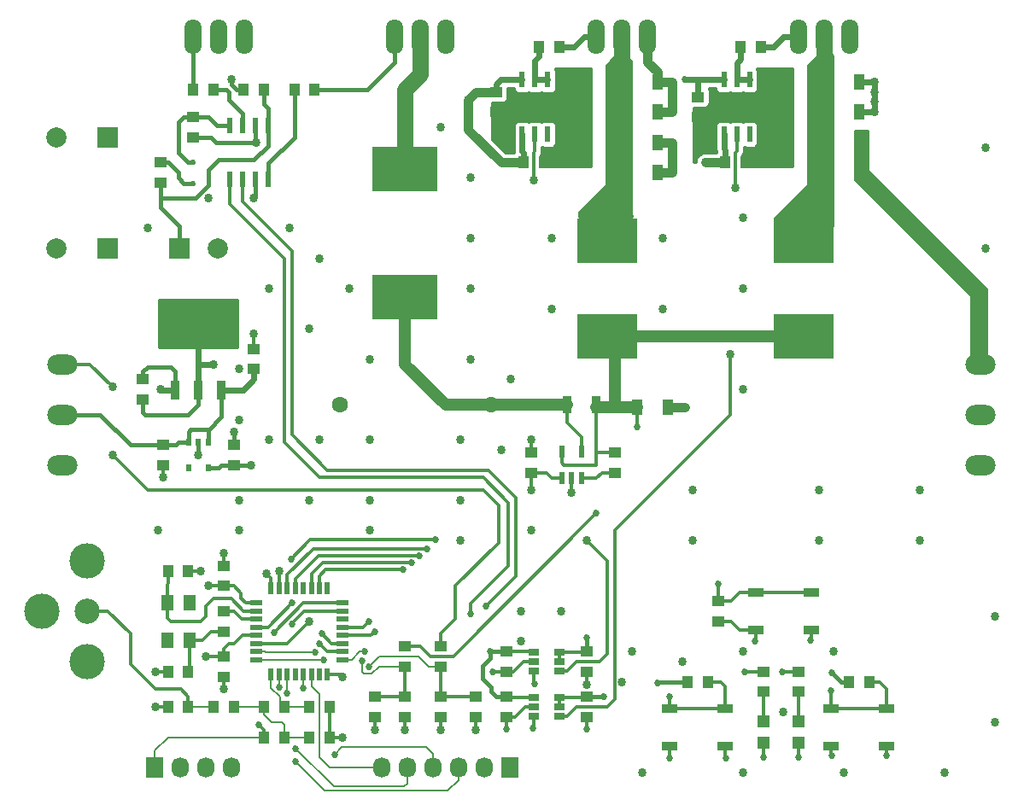
<source format=gtl>
G04 #@! TF.FileFunction,Copper,L1,Top,Signal*
%FSLAX46Y46*%
G04 Gerber Fmt 4.6, Leading zero omitted, Abs format (unit mm)*
G04 Created by KiCad (PCBNEW (2014-11-23 BZR 5300)-product) date Mon 09 Feb 2015 01:31:51 PM EST*
%MOMM*%
G01*
G04 APERTURE LIST*
%ADD10C,0.100000*%
%ADD11R,1.000000X1.600000*%
%ADD12R,1.998980X1.998980*%
%ADD13C,1.998980*%
%ADD14C,1.600000*%
%ADD15R,1.198880X1.198880*%
%ADD16R,6.000000X4.500000*%
%ADD17R,6.500000X4.400000*%
%ADD18O,3.000000X2.000000*%
%ADD19R,1.727200X2.032000*%
%ADD20O,1.727200X2.032000*%
%ADD21C,3.500000*%
%ADD22C,2.500000*%
%ADD23O,1.699260X3.500120*%
%ADD24R,0.900000X1.700000*%
%ADD25R,1.500000X0.850000*%
%ADD26R,1.200000X0.600000*%
%ADD27R,0.600000X1.200000*%
%ADD28R,0.600000X1.550000*%
%ADD29R,0.620000X1.220000*%
%ADD30R,0.450000X0.590000*%
%ADD31R,1.000760X0.701040*%
%ADD32R,0.508000X0.762000*%
%ADD33R,1.250000X1.600000*%
%ADD34R,3.250000X1.900000*%
%ADD35R,0.950000X1.900000*%
%ADD36R,1.250000X1.000000*%
%ADD37R,1.000000X1.250000*%
%ADD38R,3.800000X2.750000*%
%ADD39C,0.690000*%
%ADD40C,0.685800*%
%ADD41C,0.863600*%
%ADD42C,0.609600*%
%ADD43C,0.406400*%
%ADD44C,0.914400*%
%ADD45C,0.304800*%
%ADD46C,0.203200*%
%ADD47C,0.152400*%
%ADD48C,1.625600*%
%ADD49C,1.219200*%
G04 APERTURE END LIST*
D10*
D11*
X123500000Y-59500000D03*
X126500000Y-59500000D03*
X103500000Y-62500000D03*
X106500000Y-62500000D03*
X123500000Y-62500000D03*
X126500000Y-62500000D03*
X103500000Y-59500000D03*
X106500000Y-59500000D03*
X126500000Y-65500000D03*
X123500000Y-65500000D03*
X126500000Y-68500000D03*
X123500000Y-68500000D03*
X106500000Y-68500000D03*
X103500000Y-68500000D03*
X106500000Y-65500000D03*
X103500000Y-65500000D03*
D12*
X52040000Y-76000000D03*
D13*
X46960000Y-76000000D03*
D14*
X90000000Y-91500000D03*
X75000000Y-91500000D03*
D12*
X52040000Y-65000000D03*
D13*
X46960000Y-65000000D03*
D15*
X117000000Y-122950980D03*
X117000000Y-125049020D03*
X120500000Y-122950980D03*
X120500000Y-125049020D03*
D16*
X101500000Y-75250000D03*
X101500000Y-84750000D03*
X121000000Y-75250000D03*
X121000000Y-84750000D03*
D17*
X81500000Y-68150000D03*
X81500000Y-80850000D03*
D18*
X47500000Y-92500000D03*
X47500000Y-97500000D03*
X47500000Y-87500000D03*
X138500000Y-92500000D03*
X138500000Y-87500000D03*
X138500000Y-97500000D03*
D19*
X91850000Y-127500000D03*
D20*
X89310000Y-127500000D03*
X86770000Y-127500000D03*
X84230000Y-127500000D03*
X81690000Y-127500000D03*
X79150000Y-127500000D03*
D19*
X56690000Y-127500000D03*
D20*
X59230000Y-127500000D03*
X61770000Y-127500000D03*
X64310000Y-127500000D03*
D21*
X45500000Y-112000000D03*
X50000000Y-107000000D03*
X50000000Y-117000000D03*
D22*
X50000000Y-112000000D03*
D23*
X123000000Y-55000000D03*
X120460000Y-55000000D03*
X125540000Y-55000000D03*
X103000000Y-55000000D03*
X100460000Y-55000000D03*
X105540000Y-55000000D03*
X63000000Y-55000000D03*
X60460000Y-55000000D03*
X65540000Y-55000000D03*
X83000000Y-55000000D03*
X80460000Y-55000000D03*
X85540000Y-55000000D03*
D24*
X100450000Y-91500000D03*
X97550000Y-91500000D03*
D25*
X116250000Y-113850000D03*
X121750000Y-113850000D03*
X121750000Y-110150000D03*
X116250000Y-110150000D03*
X123750000Y-125350000D03*
X129250000Y-125350000D03*
X129250000Y-121650000D03*
X123750000Y-121650000D03*
X107750000Y-125350000D03*
X113250000Y-125350000D03*
X113250000Y-121650000D03*
X107750000Y-121650000D03*
D26*
X66750000Y-111200000D03*
X66750000Y-112000000D03*
X66750000Y-112800000D03*
X66750000Y-113600000D03*
X66750000Y-114400000D03*
X66750000Y-115200000D03*
X66750000Y-116000000D03*
X66750000Y-116800000D03*
D27*
X68200000Y-118250000D03*
X69000000Y-118250000D03*
X69800000Y-118250000D03*
X70600000Y-118250000D03*
X71400000Y-118250000D03*
X72200000Y-118250000D03*
X73000000Y-118250000D03*
X73800000Y-118250000D03*
D26*
X75250000Y-116800000D03*
X75250000Y-116000000D03*
X75250000Y-115200000D03*
X75250000Y-114400000D03*
X75250000Y-113600000D03*
X75250000Y-112800000D03*
X75250000Y-112000000D03*
X75250000Y-111200000D03*
D27*
X73800000Y-109750000D03*
X73000000Y-109750000D03*
X72200000Y-109750000D03*
X71400000Y-109750000D03*
X70600000Y-109750000D03*
X69800000Y-109750000D03*
X69000000Y-109750000D03*
X68200000Y-109750000D03*
D28*
X64095000Y-69200000D03*
X65365000Y-69200000D03*
X66635000Y-69200000D03*
X67905000Y-69200000D03*
X67905000Y-63800000D03*
X66635000Y-63800000D03*
X65365000Y-63800000D03*
X64095000Y-63800000D03*
D29*
X97050000Y-98810000D03*
X98000000Y-98810000D03*
X98950000Y-98810000D03*
X98950000Y-96190000D03*
X97050000Y-96190000D03*
D30*
X60500000Y-69555000D03*
X60500000Y-67445000D03*
D11*
X104500000Y-91750000D03*
X107500000Y-91750000D03*
D12*
X59095000Y-76000000D03*
D13*
X62905000Y-76000000D03*
D31*
X96770000Y-116047500D03*
X96770000Y-117000000D03*
X96770000Y-117952500D03*
X94230000Y-117952500D03*
X94230000Y-117000000D03*
X94230000Y-116047500D03*
X96770000Y-120547500D03*
X96770000Y-121500000D03*
X96770000Y-122452500D03*
X94230000Y-122452500D03*
X94230000Y-121500000D03*
X94230000Y-120547500D03*
D32*
X61952500Y-95230000D03*
X60047500Y-95230000D03*
X61952500Y-97770000D03*
X61000000Y-95230000D03*
X60047500Y-97770000D03*
D33*
X57900000Y-114850000D03*
X57900000Y-111150000D03*
X60100000Y-111150000D03*
X60100000Y-114850000D03*
D34*
X61000000Y-83950000D03*
D35*
X58700000Y-90050000D03*
X61000000Y-90050000D03*
X63300000Y-90050000D03*
D36*
X55500000Y-91000000D03*
X55500000Y-89000000D03*
X99500000Y-120500000D03*
X99500000Y-122500000D03*
X99500000Y-116000000D03*
X99500000Y-118000000D03*
X64500000Y-97500000D03*
X64500000Y-95500000D03*
X57500000Y-95500000D03*
X57500000Y-97500000D03*
X63500000Y-109500000D03*
X63500000Y-107500000D03*
X91500000Y-116000000D03*
X91500000Y-118000000D03*
X110500000Y-61000000D03*
X110500000Y-63000000D03*
X81500000Y-120500000D03*
X81500000Y-122500000D03*
X81500000Y-115500000D03*
X81500000Y-117500000D03*
X120500000Y-118000000D03*
X120500000Y-120000000D03*
X117000000Y-118000000D03*
X117000000Y-120000000D03*
X94000000Y-98250000D03*
X94000000Y-96250000D03*
D37*
X109500000Y-119000000D03*
X111500000Y-119000000D03*
D36*
X102250000Y-96250000D03*
X102250000Y-98250000D03*
D37*
X72000000Y-124500000D03*
X74000000Y-124500000D03*
X125500000Y-119000000D03*
X127500000Y-119000000D03*
X67500000Y-124500000D03*
X69500000Y-124500000D03*
X58000000Y-121500000D03*
X60000000Y-121500000D03*
X72500000Y-60250000D03*
X70500000Y-60250000D03*
X60500000Y-60250000D03*
X62500000Y-60250000D03*
D36*
X85000000Y-120500000D03*
X85000000Y-122500000D03*
X85000000Y-117500000D03*
X85000000Y-115500000D03*
D37*
X96750000Y-56000000D03*
X94750000Y-56000000D03*
X116750000Y-56000000D03*
X114750000Y-56000000D03*
D36*
X63500000Y-112000000D03*
X63500000Y-114000000D03*
X78500000Y-120500000D03*
X78500000Y-122500000D03*
D37*
X64500000Y-121500000D03*
X62500000Y-121500000D03*
D36*
X112500000Y-111000000D03*
X112500000Y-113000000D03*
X60500000Y-63000000D03*
X60500000Y-65000000D03*
X88500000Y-120500000D03*
X88500000Y-122500000D03*
X66500000Y-88000000D03*
X66500000Y-86000000D03*
X90500000Y-60500000D03*
X90500000Y-62500000D03*
D37*
X113250000Y-67500000D03*
X115250000Y-67500000D03*
X93250000Y-67500000D03*
X95250000Y-67500000D03*
X67500000Y-60250000D03*
X65500000Y-60250000D03*
D36*
X63500000Y-116500000D03*
X63500000Y-118500000D03*
D37*
X60000000Y-118000000D03*
X58000000Y-118000000D03*
X58000000Y-108000000D03*
X60000000Y-108000000D03*
X74000000Y-121500000D03*
X72000000Y-121500000D03*
X67500000Y-121500000D03*
X69500000Y-121500000D03*
D28*
X113095000Y-64700000D03*
X114365000Y-64700000D03*
X115635000Y-64700000D03*
X116905000Y-64700000D03*
X116905000Y-59300000D03*
X115635000Y-59300000D03*
X114365000Y-59300000D03*
X113095000Y-59300000D03*
D38*
X115000000Y-62000000D03*
D39*
X114000000Y-62750000D03*
X114000000Y-61250000D03*
X116000000Y-61250000D03*
X116000000Y-62750000D03*
D28*
X93095000Y-64700000D03*
X94365000Y-64700000D03*
X95635000Y-64700000D03*
X96905000Y-64700000D03*
X96905000Y-59300000D03*
X95635000Y-59300000D03*
X94365000Y-59300000D03*
X93095000Y-59300000D03*
D38*
X95000000Y-62000000D03*
D39*
X94000000Y-62750000D03*
X94000000Y-61250000D03*
X96000000Y-61250000D03*
X96000000Y-62750000D03*
D36*
X91500000Y-120500000D03*
X91500000Y-122500000D03*
X57250000Y-67500000D03*
X57250000Y-69500000D03*
D40*
X109250000Y-59250000D03*
D41*
X111250000Y-67500000D03*
X87750000Y-61250000D03*
X119000000Y-122000000D03*
X124000000Y-116000000D03*
X115000000Y-116000000D03*
X109000000Y-117000000D03*
X103000000Y-119000000D03*
X104000000Y-116000000D03*
X93000000Y-115000000D03*
X97000000Y-112000000D03*
X93000000Y-112000000D03*
X94000000Y-104000000D03*
X115000000Y-90000000D03*
X115000000Y-80000000D03*
X115000000Y-73000000D03*
X57000000Y-104000000D03*
X65000000Y-104000000D03*
X78000000Y-104000000D03*
X87000000Y-105000000D03*
X87000000Y-101000000D03*
X78000000Y-101000000D03*
X72000000Y-101000000D03*
X65000000Y-101000000D03*
X65000000Y-88000000D03*
X65000000Y-93000000D03*
X68000000Y-95000000D03*
X73000000Y-95000000D03*
X91000000Y-96000000D03*
X87000000Y-95000000D03*
X78000000Y-95000000D03*
X56000000Y-74000000D03*
X76000000Y-80000000D03*
X73000000Y-77000000D03*
X70000000Y-74000000D03*
X62000000Y-71000000D03*
X68000000Y-80000000D03*
X72000000Y-84000000D03*
X78000000Y-87000000D03*
X92000000Y-89000000D03*
X88000000Y-87000000D03*
X85000000Y-64000000D03*
X88000000Y-69000000D03*
X88000000Y-75000000D03*
X88000000Y-80000000D03*
X96000000Y-75000000D03*
X96000000Y-82000000D03*
X107000000Y-75000000D03*
X107000000Y-82000000D03*
X139000000Y-66000000D03*
X139000000Y-76000000D03*
X105000000Y-128000000D03*
X115000000Y-128000000D03*
X125000000Y-128000000D03*
X135000000Y-128000000D03*
X140000000Y-123000000D03*
X140000000Y-112500000D03*
X132500000Y-105000000D03*
X122500000Y-105000000D03*
X110000000Y-105000000D03*
X110000000Y-100000000D03*
X122500000Y-100000000D03*
X132500000Y-100000000D03*
D40*
X118000000Y-62750000D03*
X118000000Y-61250000D03*
D41*
X118000000Y-59250000D03*
D40*
X118000000Y-60500000D03*
X118000000Y-62000000D03*
X118000000Y-63500000D03*
X112000000Y-61250000D03*
X112000000Y-62750000D03*
D41*
X110500000Y-64500000D03*
D40*
X112000000Y-63500000D03*
X112000000Y-62000000D03*
X112000000Y-60500000D03*
X98000000Y-62750000D03*
X98000000Y-61250000D03*
X98000000Y-60500000D03*
X98000000Y-62000000D03*
X98000000Y-63500000D03*
D41*
X98250000Y-59250000D03*
D40*
X92000000Y-61250000D03*
X92000000Y-62750000D03*
X92000000Y-62000000D03*
X92000000Y-60500000D03*
X92000000Y-63500000D03*
D41*
X90500000Y-63750000D03*
X128000000Y-60500000D03*
X128000000Y-59500000D03*
X128000000Y-61500000D03*
X128000000Y-62500000D03*
X108000000Y-61500000D03*
X108000000Y-59500000D03*
X108000000Y-60500000D03*
X108000000Y-62500000D03*
X97750000Y-66750000D03*
X117750000Y-66750000D03*
X57250000Y-90000000D03*
X61000000Y-96500000D03*
X64500000Y-94250000D03*
X64250000Y-59250000D03*
X66500000Y-71000000D03*
X56750000Y-118000000D03*
X63500000Y-119750000D03*
X56750000Y-121500000D03*
X75250000Y-124500000D03*
X78500000Y-123750000D03*
X81500000Y-123750000D03*
X85000000Y-123750000D03*
X88500000Y-123750000D03*
X67750000Y-108250000D03*
X69000000Y-108000000D03*
X75250000Y-118500000D03*
X99500000Y-119250000D03*
X61250000Y-108000000D03*
X63500000Y-106250000D03*
D40*
X99500000Y-123700000D03*
X90200000Y-118000000D03*
X91500000Y-123700000D03*
X121700000Y-114900000D03*
X116200000Y-115000000D03*
X123800000Y-126300000D03*
X129200000Y-126300000D03*
X120500000Y-126500000D03*
X117000000Y-126500000D03*
X113300000Y-126600000D03*
X107700000Y-126600000D03*
D41*
X109250000Y-91750000D03*
X98000000Y-100250000D03*
X94000000Y-95000000D03*
X57500000Y-98750000D03*
X66500000Y-84500000D03*
D40*
X98750000Y-60500000D03*
X98750000Y-61250000D03*
X98750000Y-62000000D03*
X98750000Y-62750000D03*
X98750000Y-63500000D03*
X118750000Y-60500000D03*
X118750000Y-61250000D03*
X118750000Y-62000000D03*
X118750000Y-62750000D03*
X118750000Y-63500000D03*
X58000000Y-85000000D03*
X64000000Y-85000000D03*
X64000000Y-84000000D03*
X64000000Y-83000000D03*
X64000000Y-82000000D03*
X63000000Y-82000000D03*
X62000000Y-82000000D03*
X61000000Y-82000000D03*
X60000000Y-82000000D03*
X59000000Y-82000000D03*
X58000000Y-82000000D03*
X58000000Y-83000000D03*
X58000000Y-84000000D03*
D41*
X62000000Y-109500000D03*
X61750000Y-116500000D03*
D40*
X77500000Y-116000000D03*
X89900000Y-116000000D03*
X106500000Y-119100000D03*
X123800000Y-118100000D03*
D41*
X62500000Y-87500000D03*
D40*
X67000000Y-123250000D03*
D41*
X108000000Y-68500000D03*
X108000000Y-67500000D03*
X108000000Y-65500000D03*
X108000000Y-66500000D03*
X52500000Y-89750000D03*
X52500000Y-96500000D03*
D40*
X73400000Y-116800000D03*
X77900000Y-117500000D03*
D41*
X66750000Y-65500000D03*
D40*
X70300000Y-111200000D03*
X70200000Y-106800000D03*
X112500000Y-109300000D03*
X84500000Y-104900000D03*
X77200000Y-116900000D03*
X72600000Y-116100000D03*
X100450000Y-102300000D03*
X104500000Y-93750000D03*
X74500000Y-126200000D03*
X71400000Y-119600000D03*
X70600000Y-125600000D03*
X69000000Y-119500000D03*
X70300000Y-113300000D03*
X68500000Y-114100000D03*
X82100000Y-107200000D03*
X123700000Y-119900000D03*
X81300000Y-107900000D03*
X107750000Y-120500000D03*
D41*
X94000000Y-100000000D03*
X72000000Y-113000000D03*
X114250000Y-70000000D03*
X113750000Y-86500000D03*
X94250000Y-69250000D03*
X99500000Y-105000000D03*
D40*
X70600000Y-126900000D03*
X69800000Y-120100000D03*
X88000000Y-112250000D03*
X73000000Y-115250000D03*
X73250000Y-114250000D03*
X89500000Y-111500000D03*
X99500000Y-114600000D03*
X101200000Y-120500000D03*
D41*
X66250000Y-97500000D03*
D40*
X78500000Y-114000000D03*
X94300000Y-119200000D03*
X77900000Y-113000000D03*
X94200000Y-123600000D03*
X83700000Y-105800000D03*
X115200000Y-118000000D03*
X82900000Y-106500000D03*
X118900000Y-118000000D03*
D42*
X110500000Y-59300000D02*
X110500000Y-61000000D01*
X109300000Y-59300000D02*
X110500000Y-59300000D01*
X110500000Y-59300000D02*
X110950000Y-59300000D01*
X109250000Y-59250000D02*
X109300000Y-59300000D01*
X90500000Y-59750000D02*
X90500000Y-60500000D01*
X90950000Y-59300000D02*
X90500000Y-59750000D01*
X93095000Y-59300000D02*
X90950000Y-59300000D01*
X113095000Y-59300000D02*
X110950000Y-59300000D01*
X113250000Y-66250000D02*
X113250000Y-67500000D01*
X113095000Y-66095000D02*
X113250000Y-66250000D01*
X113095000Y-64700000D02*
X113095000Y-66095000D01*
X93095000Y-66345000D02*
X93250000Y-66500000D01*
X93250000Y-66500000D02*
X93250000Y-67500000D01*
X93095000Y-64700000D02*
X93095000Y-66345000D01*
X65450000Y-90050000D02*
X63300000Y-90050000D01*
X66500000Y-89000000D02*
X65450000Y-90050000D01*
X66500000Y-88000000D02*
X66500000Y-89000000D01*
D43*
X63300000Y-92700000D02*
X61952500Y-94047500D01*
X61952500Y-94250000D02*
X61952500Y-95230000D01*
X63300000Y-90050000D02*
X63300000Y-92700000D01*
X61905000Y-94000000D02*
X60250000Y-94000000D01*
X60250000Y-94000000D02*
X60047500Y-94202500D01*
X60047500Y-94202500D02*
X60047500Y-95230000D01*
X61952500Y-94047500D02*
X61905000Y-94000000D01*
X61952500Y-94250000D02*
X61952500Y-94047500D01*
X58750000Y-95500000D02*
X59020000Y-95230000D01*
X59020000Y-95230000D02*
X60047500Y-95230000D01*
X57500000Y-95500000D02*
X58750000Y-95500000D01*
X67500000Y-61750000D02*
X67905000Y-62155000D01*
X67905000Y-62155000D02*
X67905000Y-63800000D01*
X67500000Y-60250000D02*
X67500000Y-61750000D01*
D44*
X91000000Y-67500000D02*
X87750000Y-64250000D01*
X87750000Y-64250000D02*
X87750000Y-61250000D01*
X88500000Y-60500000D02*
X90500000Y-60500000D01*
X88500000Y-60500000D02*
X87750000Y-61250000D01*
X93250000Y-67500000D02*
X91000000Y-67500000D01*
X111250000Y-67500000D02*
X113250000Y-67500000D01*
D43*
X51250000Y-92500000D02*
X47500000Y-92500000D01*
X54250000Y-95500000D02*
X51250000Y-92500000D01*
X57500000Y-95500000D02*
X54250000Y-95500000D01*
X59095000Y-73845000D02*
X59095000Y-76000000D01*
X57250000Y-72000000D02*
X59095000Y-73845000D01*
X57250000Y-71000000D02*
X57250000Y-72000000D01*
X57250000Y-69500000D02*
X57250000Y-71000000D01*
X60750000Y-71000000D02*
X57250000Y-71000000D01*
X62000000Y-69750000D02*
X60750000Y-71000000D01*
X62000000Y-68250000D02*
X62000000Y-69750000D01*
X63000000Y-67250000D02*
X62000000Y-68250000D01*
X66500000Y-67250000D02*
X63000000Y-67250000D01*
X67905000Y-65845000D02*
X66500000Y-67250000D01*
X67905000Y-63800000D02*
X67905000Y-65845000D01*
D42*
X117950000Y-59300000D02*
X116905000Y-59300000D01*
X117950000Y-59300000D02*
X118000000Y-59250000D01*
D45*
X118000000Y-61250000D02*
X118000000Y-60500000D01*
X118000000Y-62750000D02*
X118000000Y-62000000D01*
X112000000Y-60500000D02*
X112000000Y-61250000D01*
X112000000Y-62000000D02*
X112000000Y-62750000D01*
X110500000Y-64500000D02*
X111000000Y-64500000D01*
D42*
X110500000Y-64500000D02*
X110500000Y-63000000D01*
D45*
X111000000Y-64500000D02*
X112000000Y-63500000D01*
X98000000Y-61250000D02*
X98000000Y-60500000D01*
X98000000Y-62750000D02*
X98000000Y-62000000D01*
D42*
X98200000Y-59300000D02*
X96905000Y-59300000D01*
X98200000Y-59300000D02*
X98250000Y-59250000D01*
D45*
X92000000Y-60500000D02*
X92000000Y-61250000D01*
X92000000Y-62000000D02*
X92000000Y-62750000D01*
D42*
X90500000Y-63750000D02*
X90500000Y-62500000D01*
X128000000Y-61500000D02*
X128000000Y-60500000D01*
X128000000Y-59500000D02*
X126500000Y-59500000D01*
X128000000Y-60500000D02*
X128000000Y-59500000D01*
X126500000Y-62500000D02*
X128000000Y-62500000D01*
X128000000Y-61500000D02*
X128000000Y-62500000D01*
D44*
X105540000Y-57540000D02*
X105540000Y-55000000D01*
X106500000Y-58500000D02*
X105540000Y-57540000D01*
X106500000Y-59500000D02*
X106500000Y-58500000D01*
X108000000Y-62500000D02*
X108000000Y-61500000D01*
X108000000Y-60500000D02*
X108000000Y-59500000D01*
X108000000Y-59500000D02*
X106500000Y-59500000D01*
X108000000Y-61500000D02*
X108000000Y-60500000D01*
X106500000Y-62500000D02*
X108000000Y-62500000D01*
D42*
X116905000Y-66845000D02*
X116250000Y-67500000D01*
X116250000Y-67500000D02*
X115250000Y-67500000D01*
X116905000Y-64700000D02*
X116905000Y-66845000D01*
X96905000Y-66845000D02*
X96250000Y-67500000D01*
X96250000Y-67500000D02*
X95250000Y-67500000D01*
X96905000Y-66750000D02*
X96905000Y-66845000D01*
X96905000Y-64700000D02*
X96905000Y-66750000D01*
X96905000Y-66750000D02*
X97750000Y-66750000D01*
X117655000Y-66845000D02*
X117750000Y-66750000D01*
X116905000Y-66845000D02*
X117655000Y-66845000D01*
X57300000Y-90050000D02*
X57250000Y-90000000D01*
X58700000Y-90050000D02*
X57300000Y-90050000D01*
D43*
X61000000Y-95230000D02*
X61000000Y-96500000D01*
X64500000Y-95500000D02*
X64500000Y-94250000D01*
X64750000Y-60250000D02*
X64250000Y-59750000D01*
X64250000Y-59750000D02*
X64250000Y-59250000D01*
X65500000Y-60250000D02*
X64750000Y-60250000D01*
X66635000Y-70865000D02*
X66500000Y-71000000D01*
X66635000Y-69200000D02*
X66635000Y-70865000D01*
D45*
X58000000Y-118000000D02*
X56750000Y-118000000D01*
X63500000Y-118500000D02*
X63500000Y-119750000D01*
X58000000Y-121500000D02*
X56750000Y-121500000D01*
X74000000Y-121500000D02*
X74000000Y-124500000D01*
X74000000Y-124500000D02*
X75250000Y-124500000D01*
X78500000Y-122500000D02*
X78500000Y-123750000D01*
X81500000Y-122500000D02*
X81500000Y-123750000D01*
X85000000Y-122500000D02*
X85000000Y-123750000D01*
X88500000Y-122500000D02*
X88500000Y-123750000D01*
X68200000Y-108700000D02*
X67750000Y-108250000D01*
X68200000Y-109750000D02*
X68200000Y-108700000D01*
X69000000Y-109750000D02*
X69000000Y-108000000D01*
X75000000Y-118250000D02*
X75250000Y-118500000D01*
X73800000Y-118250000D02*
X75000000Y-118250000D01*
X92250000Y-118000000D02*
X93250000Y-117000000D01*
X93250000Y-117000000D02*
X94230000Y-117000000D01*
X91500000Y-118000000D02*
X92250000Y-118000000D01*
X99500000Y-118000000D02*
X99500000Y-119250000D01*
X60000000Y-108000000D02*
X61250000Y-108000000D01*
X63500000Y-107500000D02*
X63500000Y-106250000D01*
X92400000Y-122500000D02*
X93400000Y-121500000D01*
X93400000Y-121500000D02*
X94230000Y-121500000D01*
X91500000Y-122500000D02*
X92400000Y-122500000D01*
X99500000Y-122500000D02*
X99500000Y-123700000D01*
X91500000Y-118000000D02*
X90200000Y-118000000D01*
X91500000Y-122500000D02*
X91500000Y-123700000D01*
X113800000Y-113000000D02*
X114650000Y-113850000D01*
X114650000Y-113850000D02*
X116250000Y-113850000D01*
X112500000Y-113000000D02*
X113800000Y-113000000D01*
X121750000Y-114850000D02*
X121700000Y-114900000D01*
X121750000Y-113850000D02*
X121750000Y-114850000D01*
X116250000Y-114950000D02*
X116200000Y-115000000D01*
X116250000Y-113850000D02*
X116250000Y-114950000D01*
X123750000Y-126250000D02*
X123800000Y-126300000D01*
X123750000Y-125350000D02*
X123750000Y-126250000D01*
X129250000Y-126250000D02*
X129200000Y-126300000D01*
X129250000Y-125350000D02*
X129250000Y-126250000D01*
X120500000Y-125049020D02*
X120500000Y-126500000D01*
X117000000Y-125049020D02*
X117000000Y-126500000D01*
X113250000Y-126550000D02*
X113300000Y-126600000D01*
X113250000Y-125350000D02*
X113250000Y-126550000D01*
X107750000Y-126550000D02*
X107700000Y-126600000D01*
X107750000Y-125350000D02*
X107750000Y-126550000D01*
D44*
X107500000Y-91750000D02*
X109250000Y-91750000D01*
D43*
X58700000Y-88200000D02*
X58700000Y-90050000D01*
X58250000Y-87750000D02*
X58700000Y-88200000D01*
X56000000Y-87750000D02*
X58250000Y-87750000D01*
X55500000Y-88250000D02*
X56000000Y-87750000D01*
X55500000Y-89000000D02*
X55500000Y-88250000D01*
D45*
X98000000Y-98810000D02*
X98000000Y-100250000D01*
X94000000Y-96250000D02*
X94000000Y-95000000D01*
X57500000Y-97500000D02*
X57500000Y-98750000D01*
X66500000Y-86000000D02*
X66500000Y-84500000D01*
D46*
X98750000Y-60500000D02*
X98750000Y-61250000D01*
D45*
X65500000Y-112000000D02*
X64250000Y-110750000D01*
X64250000Y-110750000D02*
X62500000Y-110750000D01*
X62500000Y-110750000D02*
X61750000Y-111500000D01*
X61750000Y-111500000D02*
X61750000Y-112500000D01*
X61750000Y-112500000D02*
X61250000Y-113000000D01*
X61250000Y-113000000D02*
X58250000Y-113000000D01*
X58250000Y-113000000D02*
X57900000Y-112650000D01*
X57900000Y-112650000D02*
X57900000Y-111150000D01*
X66750000Y-112000000D02*
X65500000Y-112000000D01*
X57900000Y-109350000D02*
X58000000Y-109250000D01*
X58000000Y-109250000D02*
X58000000Y-108000000D01*
X57900000Y-111150000D02*
X57900000Y-109350000D01*
X61400000Y-114850000D02*
X62250000Y-114000000D01*
X62250000Y-114000000D02*
X63500000Y-114000000D01*
X60100000Y-114850000D02*
X61400000Y-114850000D01*
X60100000Y-117900000D02*
X60000000Y-118000000D01*
X60100000Y-114850000D02*
X60100000Y-117900000D01*
D47*
X58000000Y-84000000D02*
X58000000Y-85000000D01*
X64000000Y-83000000D02*
X64000000Y-84000000D01*
X63000000Y-82000000D02*
X64000000Y-82000000D01*
X61000000Y-82000000D02*
X62000000Y-82000000D01*
X59000000Y-82000000D02*
X60000000Y-82000000D01*
X58000000Y-83000000D02*
X58000000Y-82000000D01*
X61000000Y-83950000D02*
X58050000Y-83950000D01*
X58050000Y-83950000D02*
X58000000Y-84000000D01*
D42*
X61000000Y-88000000D02*
X61000000Y-90050000D01*
X61000000Y-83950000D02*
X61000000Y-88000000D01*
D45*
X63500000Y-115750000D02*
X63500000Y-116500000D01*
X64000000Y-115250000D02*
X63500000Y-115750000D01*
X64500000Y-115250000D02*
X64000000Y-115250000D01*
X65350000Y-114400000D02*
X64500000Y-115250000D01*
X66750000Y-114400000D02*
X65350000Y-114400000D01*
X64500000Y-109500000D02*
X65250000Y-110250000D01*
X65250000Y-110250000D02*
X65250000Y-110750000D01*
X65250000Y-110750000D02*
X65700000Y-111200000D01*
X65700000Y-111200000D02*
X66750000Y-111200000D01*
X63500000Y-109500000D02*
X64500000Y-109500000D01*
X94182500Y-116000000D02*
X94230000Y-116047500D01*
X91500000Y-116000000D02*
X94182500Y-116000000D01*
X91547500Y-120547500D02*
X91500000Y-120500000D01*
X94230000Y-120547500D02*
X91547500Y-120547500D01*
X63500000Y-109500000D02*
X62000000Y-109500000D01*
X61750000Y-116500000D02*
X63500000Y-116500000D01*
D46*
X76200000Y-116800000D02*
X75250000Y-116800000D01*
X77000000Y-116000000D02*
X77500000Y-116000000D01*
X76200000Y-116800000D02*
X77000000Y-116000000D01*
D43*
X89900000Y-116000000D02*
X91500000Y-116000000D01*
X89900000Y-116700000D02*
X89200000Y-117400000D01*
X89200000Y-117400000D02*
X89200000Y-118700000D01*
X89200000Y-118700000D02*
X90000000Y-119500000D01*
X90000000Y-119500000D02*
X90000000Y-120000000D01*
X90000000Y-120000000D02*
X90500000Y-120500000D01*
X90500000Y-120500000D02*
X91500000Y-120500000D01*
X89900000Y-116000000D02*
X89900000Y-116700000D01*
X106500000Y-119100000D02*
X106600000Y-119000000D01*
X106600000Y-119000000D02*
X109500000Y-119000000D01*
X123800000Y-118100000D02*
X124700000Y-119000000D01*
X124700000Y-119000000D02*
X125500000Y-119000000D01*
D46*
X58000000Y-124500000D02*
X56690000Y-125810000D01*
X56690000Y-125810000D02*
X56690000Y-127500000D01*
X67500000Y-124500000D02*
X58000000Y-124500000D01*
D43*
X55500000Y-92250000D02*
X55500000Y-91000000D01*
X55750000Y-92500000D02*
X55500000Y-92250000D01*
X60000000Y-92500000D02*
X55750000Y-92500000D01*
X61000000Y-91500000D02*
X60000000Y-92500000D01*
X61000000Y-90050000D02*
X61000000Y-91500000D01*
D42*
X61000000Y-87500000D02*
X62500000Y-87500000D01*
X61000000Y-90050000D02*
X61000000Y-87500000D01*
D45*
X67500000Y-123750000D02*
X67000000Y-123250000D01*
X67500000Y-124500000D02*
X67500000Y-123750000D01*
D44*
X123000000Y-57500000D02*
X123500000Y-58000000D01*
X123500000Y-58000000D02*
X123500000Y-59500000D01*
X123000000Y-55000000D02*
X123000000Y-57500000D01*
X123500000Y-59500000D02*
X123500000Y-62500000D01*
X123500000Y-62500000D02*
X123500000Y-65500000D01*
X123500000Y-65500000D02*
X123500000Y-68500000D01*
X121750000Y-73000000D02*
X119500000Y-75250000D01*
X123500000Y-70000000D02*
X121750000Y-71750000D01*
X121750000Y-71750000D02*
X121750000Y-73000000D01*
X123500000Y-68500000D02*
X123500000Y-70000000D01*
X103000000Y-57500000D02*
X103500000Y-58000000D01*
X103500000Y-58000000D02*
X103500000Y-59500000D01*
X103000000Y-55000000D02*
X103000000Y-57500000D01*
X103500000Y-59500000D02*
X103500000Y-62500000D01*
X103500000Y-62500000D02*
X103500000Y-65500000D01*
X103500000Y-65500000D02*
X103500000Y-68500000D01*
X103500000Y-70250000D02*
X101500000Y-72250000D01*
X101500000Y-72250000D02*
X101500000Y-75250000D01*
X103500000Y-68500000D02*
X103500000Y-70250000D01*
X138250000Y-87250000D02*
X138500000Y-87500000D01*
X138250000Y-80250000D02*
X138250000Y-87250000D01*
X126500000Y-68500000D02*
X138250000Y-80250000D01*
X126500000Y-65500000D02*
X126500000Y-68500000D01*
X108000000Y-68500000D02*
X108000000Y-67500000D01*
X108000000Y-66500000D02*
X108000000Y-65500000D01*
X108000000Y-65500000D02*
X106500000Y-65500000D01*
X108000000Y-67500000D02*
X108000000Y-66500000D01*
X106500000Y-68500000D02*
X108000000Y-68500000D01*
D45*
X50250000Y-87500000D02*
X47500000Y-87500000D01*
X52500000Y-89750000D02*
X50250000Y-87500000D01*
X56000000Y-100000000D02*
X52500000Y-96500000D01*
X89250000Y-100000000D02*
X56000000Y-100000000D01*
X90750000Y-101500000D02*
X89250000Y-100000000D01*
X90750000Y-105250000D02*
X90750000Y-101500000D01*
X86500000Y-109500000D02*
X90750000Y-105250000D01*
X86500000Y-112750000D02*
X86500000Y-109500000D01*
X85000000Y-114250000D02*
X86500000Y-112750000D01*
X85000000Y-115500000D02*
X85000000Y-114250000D01*
X85000000Y-120500000D02*
X88500000Y-120500000D01*
X85000000Y-117500000D02*
X85000000Y-120500000D01*
D46*
X77900000Y-117500000D02*
X78900000Y-116500000D01*
X78900000Y-116500000D02*
X82800000Y-116500000D01*
X82800000Y-116500000D02*
X83800000Y-117500000D01*
X83800000Y-117500000D02*
X85000000Y-117500000D01*
X66750000Y-116800000D02*
X73400000Y-116800000D01*
D43*
X62000000Y-63000000D02*
X62800000Y-63800000D01*
X62800000Y-63800000D02*
X64095000Y-63800000D01*
X60500000Y-63000000D02*
X62000000Y-63000000D01*
X59945000Y-67445000D02*
X59000000Y-66500000D01*
X59000000Y-66500000D02*
X59000000Y-63500000D01*
X59000000Y-63500000D02*
X59500000Y-63000000D01*
X59500000Y-63000000D02*
X60500000Y-63000000D01*
X60500000Y-67445000D02*
X59945000Y-67445000D01*
X66635000Y-63800000D02*
X66635000Y-65385000D01*
X66635000Y-65385000D02*
X66750000Y-65500000D01*
X62250000Y-65000000D02*
X62750000Y-65500000D01*
X62750000Y-65500000D02*
X66750000Y-65500000D01*
X60500000Y-65000000D02*
X62250000Y-65000000D01*
D48*
X81500000Y-60250000D02*
X83000000Y-58750000D01*
X83000000Y-58750000D02*
X83000000Y-55000000D01*
X81500000Y-68150000D02*
X81500000Y-60250000D01*
D45*
X113800000Y-111000000D02*
X114650000Y-110150000D01*
X114650000Y-110150000D02*
X116250000Y-110150000D01*
X112500000Y-111000000D02*
X113800000Y-111000000D01*
X67900000Y-113600000D02*
X70300000Y-111200000D01*
X70200000Y-106800000D02*
X71900000Y-105100000D01*
X71900000Y-105100000D02*
X72100000Y-104900000D01*
X72100000Y-104900000D02*
X84500000Y-104900000D01*
X66750000Y-113600000D02*
X67900000Y-113600000D01*
X116250000Y-110150000D02*
X121750000Y-110150000D01*
X112500000Y-109300000D02*
X112500000Y-111000000D01*
D49*
X85500000Y-91500000D02*
X90000000Y-91500000D01*
X81500000Y-87500000D02*
X85500000Y-91500000D01*
X81500000Y-80850000D02*
X81500000Y-87500000D01*
X97550000Y-91500000D02*
X90000000Y-91500000D01*
D45*
X98950000Y-94700000D02*
X98950000Y-96190000D01*
X97550000Y-93300000D02*
X98950000Y-94700000D01*
X97550000Y-91500000D02*
X97550000Y-93300000D01*
D46*
X69500000Y-121500000D02*
X72000000Y-121500000D01*
X69100000Y-121100000D02*
X69500000Y-121500000D01*
X68200000Y-119600000D02*
X69100000Y-120500000D01*
X69100000Y-120500000D02*
X69100000Y-121100000D01*
X68200000Y-118250000D02*
X68200000Y-119600000D01*
X62500000Y-121500000D02*
X60000000Y-121500000D01*
D45*
X60000000Y-120500000D02*
X59250000Y-119750000D01*
X59250000Y-119750000D02*
X56750000Y-119750000D01*
X56750000Y-119750000D02*
X54250000Y-117250000D01*
X54250000Y-117250000D02*
X54250000Y-114250000D01*
X54250000Y-114250000D02*
X52000000Y-112000000D01*
X52000000Y-112000000D02*
X50000000Y-112000000D01*
X60000000Y-121500000D02*
X60000000Y-120500000D01*
X81500000Y-120500000D02*
X78500000Y-120500000D01*
X81500000Y-117500000D02*
X81500000Y-120500000D01*
D46*
X78900000Y-117500000D02*
X78200000Y-118200000D01*
X78200000Y-118200000D02*
X77400000Y-118200000D01*
X77400000Y-118200000D02*
X77200000Y-118000000D01*
X77200000Y-118000000D02*
X77200000Y-116900000D01*
X72600000Y-116100000D02*
X67700000Y-116100000D01*
X67700000Y-116100000D02*
X67600000Y-116000000D01*
X67600000Y-116000000D02*
X66750000Y-116000000D01*
X81500000Y-117500000D02*
X78900000Y-117500000D01*
D45*
X117000000Y-120000000D02*
X117000000Y-122950980D01*
X120500000Y-120000000D02*
X120500000Y-122950980D01*
D49*
X101500000Y-84750000D02*
X121000000Y-84750000D01*
D45*
X100450000Y-96250000D02*
X100450000Y-91750000D01*
X100450000Y-97050000D02*
X100450000Y-96250000D01*
X100500000Y-96250000D02*
X100450000Y-96250000D01*
X100450000Y-96250000D02*
X100500000Y-96250000D01*
X102250000Y-96250000D02*
X100450000Y-96250000D01*
D49*
X102250000Y-91750000D02*
X104500000Y-91750000D01*
X100450000Y-91750000D02*
X102250000Y-91750000D01*
X102250000Y-85500000D02*
X101500000Y-84750000D01*
X102250000Y-91750000D02*
X102250000Y-85500000D01*
D45*
X100450000Y-97500000D02*
X100450000Y-97050000D01*
X86250000Y-116500000D02*
X100450000Y-102300000D01*
X84000000Y-116500000D02*
X86250000Y-116500000D01*
X83000000Y-115500000D02*
X84000000Y-116500000D01*
X81500000Y-115500000D02*
X83000000Y-115500000D01*
X97250000Y-97500000D02*
X100450000Y-97500000D01*
X97050000Y-97300000D02*
X97250000Y-97500000D01*
X97050000Y-96190000D02*
X97050000Y-97300000D01*
X104500000Y-93750000D02*
X104500000Y-91750000D01*
D46*
X84230000Y-126130000D02*
X83600000Y-125500000D01*
X83600000Y-125500000D02*
X75200000Y-125500000D01*
X75200000Y-125500000D02*
X74500000Y-126200000D01*
X71400000Y-119600000D02*
X71400000Y-118250000D01*
X84230000Y-127500000D02*
X84230000Y-126130000D01*
X81690000Y-129110000D02*
X81400000Y-129400000D01*
X81400000Y-129400000D02*
X74400000Y-129400000D01*
X74400000Y-129400000D02*
X70600000Y-125600000D01*
X69000000Y-119500000D02*
X69000000Y-118250000D01*
X81690000Y-127500000D02*
X81690000Y-129110000D01*
X74000000Y-127500000D02*
X79150000Y-127500000D01*
X73000000Y-126500000D02*
X74000000Y-127500000D01*
X73000000Y-120250000D02*
X73000000Y-126500000D01*
X72200000Y-119450000D02*
X73000000Y-120250000D01*
X72200000Y-118250000D02*
X72200000Y-119450000D01*
D45*
X71500000Y-112000000D02*
X70300000Y-113200000D01*
X70300000Y-113200000D02*
X70300000Y-113300000D01*
X75250000Y-112000000D02*
X71500000Y-112000000D01*
X71400000Y-111200000D02*
X68500000Y-114100000D01*
X75250000Y-111200000D02*
X71400000Y-111200000D01*
D42*
X119000000Y-55000000D02*
X118000000Y-56000000D01*
X118000000Y-56000000D02*
X116750000Y-56000000D01*
X120460000Y-55000000D02*
X119000000Y-55000000D01*
X99250000Y-55000000D02*
X98250000Y-56000000D01*
X98250000Y-56000000D02*
X96750000Y-56000000D01*
X100460000Y-55000000D02*
X99250000Y-55000000D01*
D43*
X60500000Y-55040000D02*
X60460000Y-55000000D01*
X60500000Y-60250000D02*
X60500000Y-55040000D01*
X77750000Y-60250000D02*
X80460000Y-57540000D01*
X80460000Y-57540000D02*
X80460000Y-55000000D01*
X72500000Y-60250000D02*
X77750000Y-60250000D01*
D45*
X65300000Y-112800000D02*
X64500000Y-112000000D01*
X64500000Y-112000000D02*
X63500000Y-112000000D01*
X66750000Y-112800000D02*
X65300000Y-112800000D01*
D42*
X115635000Y-59300000D02*
X114365000Y-59300000D01*
X114365000Y-57635000D02*
X114750000Y-57250000D01*
X114750000Y-57250000D02*
X114750000Y-56000000D01*
X114365000Y-59300000D02*
X114365000Y-57635000D01*
X94365000Y-57385000D02*
X94750000Y-57000000D01*
X94750000Y-57000000D02*
X94750000Y-56000000D01*
X94365000Y-59300000D02*
X94365000Y-57385000D01*
X95635000Y-59300000D02*
X94365000Y-59300000D01*
D43*
X65365000Y-62615000D02*
X64000000Y-61250000D01*
X64000000Y-61250000D02*
X64000000Y-60500000D01*
X64000000Y-60500000D02*
X63750000Y-60250000D01*
X63750000Y-60250000D02*
X62500000Y-60250000D01*
X65365000Y-63800000D02*
X65365000Y-62615000D01*
X67905000Y-67595000D02*
X70500000Y-65000000D01*
X70500000Y-65000000D02*
X70500000Y-60250000D01*
X67905000Y-69200000D02*
X67905000Y-67595000D01*
D45*
X129250000Y-119750000D02*
X129250000Y-121650000D01*
X128500000Y-119000000D02*
X129250000Y-119750000D01*
X127500000Y-119000000D02*
X128500000Y-119000000D01*
X72200000Y-108300000D02*
X73300000Y-107200000D01*
X73300000Y-107200000D02*
X82100000Y-107200000D01*
X123700000Y-119900000D02*
X123750000Y-119950000D01*
X123750000Y-119950000D02*
X123750000Y-121650000D01*
X72200000Y-109750000D02*
X72200000Y-108300000D01*
X123750000Y-121650000D02*
X129250000Y-121650000D01*
X101000000Y-98250000D02*
X102250000Y-98250000D01*
X100440000Y-98810000D02*
X101000000Y-98250000D01*
X98950000Y-98810000D02*
X100440000Y-98810000D01*
X113250000Y-119450000D02*
X113250000Y-121650000D01*
X112800000Y-119000000D02*
X113250000Y-119450000D01*
X111500000Y-119000000D02*
X112800000Y-119000000D01*
X107750000Y-121650000D02*
X113250000Y-121650000D01*
X73000000Y-109750000D02*
X73000000Y-108500000D01*
X73600000Y-107900000D02*
X81300000Y-107900000D01*
X73000000Y-108500000D02*
X73600000Y-107900000D01*
X107750000Y-120500000D02*
X107750000Y-121650000D01*
X96060000Y-98810000D02*
X95500000Y-98250000D01*
X95500000Y-98250000D02*
X94000000Y-98250000D01*
X97050000Y-98810000D02*
X96060000Y-98810000D01*
X94000000Y-100000000D02*
X94000000Y-98250000D01*
X69800000Y-115200000D02*
X72000000Y-113000000D01*
X66750000Y-115200000D02*
X69800000Y-115200000D01*
X114365000Y-66385000D02*
X114365000Y-64700000D01*
X114250000Y-66500000D02*
X114365000Y-66385000D01*
X114250000Y-70000000D02*
X114250000Y-66500000D01*
X113750000Y-89250000D02*
X113750000Y-86500000D01*
X102250000Y-120750000D02*
X102250000Y-105000000D01*
X101500000Y-121500000D02*
X102250000Y-120750000D01*
X98500000Y-121500000D02*
X101500000Y-121500000D01*
X97547500Y-122452500D02*
X98500000Y-121500000D01*
X96770000Y-122452500D02*
X97547500Y-122452500D01*
X113750000Y-92500000D02*
X113750000Y-89250000D01*
X102250000Y-104000000D02*
X113750000Y-92500000D01*
X102250000Y-105000000D02*
X102250000Y-104000000D01*
X94365000Y-66385000D02*
X94365000Y-64700000D01*
X94250000Y-66500000D02*
X94365000Y-66385000D01*
X94250000Y-69250000D02*
X94250000Y-66500000D01*
X101500000Y-107000000D02*
X99500000Y-105000000D01*
X101500000Y-116250000D02*
X101500000Y-107000000D01*
X100750000Y-117000000D02*
X101500000Y-116250000D01*
X98500000Y-117000000D02*
X100750000Y-117000000D01*
X97547500Y-117952500D02*
X98500000Y-117000000D01*
X96770000Y-117952500D02*
X97547500Y-117952500D01*
D46*
X86770000Y-128730000D02*
X85700000Y-129800000D01*
X85700000Y-129800000D02*
X73500000Y-129800000D01*
X73500000Y-129800000D02*
X70600000Y-126900000D01*
X69800000Y-120100000D02*
X69800000Y-118250000D01*
X86770000Y-127500000D02*
X86770000Y-128730000D01*
D45*
X64095000Y-71595000D02*
X64095000Y-69200000D01*
X69500000Y-77000000D02*
X64095000Y-71595000D01*
X69500000Y-95250000D02*
X69500000Y-77000000D01*
X73000000Y-98750000D02*
X69500000Y-95250000D01*
X89250000Y-98750000D02*
X73000000Y-98750000D01*
X91750000Y-101250000D02*
X89250000Y-98750000D01*
X91750000Y-107500000D02*
X91750000Y-101250000D01*
X88000000Y-111250000D02*
X91750000Y-107500000D01*
X88000000Y-112250000D02*
X88000000Y-111250000D01*
X73750000Y-116000000D02*
X73000000Y-115250000D01*
X75250000Y-116000000D02*
X73750000Y-116000000D01*
X88500000Y-98000000D02*
X73750000Y-98000000D01*
X73750000Y-98000000D02*
X70250000Y-94500000D01*
X70250000Y-94500000D02*
X70250000Y-76250000D01*
X70250000Y-76250000D02*
X65365000Y-71365000D01*
X65365000Y-71365000D02*
X65365000Y-69200000D01*
X74200000Y-115200000D02*
X73250000Y-114250000D01*
X75250000Y-115200000D02*
X74200000Y-115200000D01*
X89500000Y-111500000D02*
X91500000Y-109500000D01*
X89750000Y-98000000D02*
X88500000Y-98000000D01*
X92500000Y-100750000D02*
X89750000Y-98000000D01*
X92500000Y-108500000D02*
X92500000Y-100750000D01*
X91500000Y-109500000D02*
X92500000Y-108500000D01*
D43*
X63250000Y-97500000D02*
X64500000Y-97500000D01*
X62980000Y-97770000D02*
X63250000Y-97500000D01*
X61952500Y-97770000D02*
X62980000Y-97770000D01*
D45*
X99452500Y-116047500D02*
X99500000Y-116000000D01*
X96770000Y-116047500D02*
X99452500Y-116047500D01*
X96770000Y-116047500D02*
X96770000Y-117000000D01*
X99452500Y-120547500D02*
X99500000Y-120500000D01*
X96770000Y-120547500D02*
X99452500Y-120547500D01*
D43*
X99500000Y-116000000D02*
X99500000Y-114600000D01*
X101200000Y-120500000D02*
X99500000Y-120500000D01*
X64500000Y-97500000D02*
X66250000Y-97500000D01*
D45*
X96770000Y-120547500D02*
X96770000Y-121500000D01*
X78100000Y-114400000D02*
X78500000Y-114000000D01*
X94300000Y-119200000D02*
X94230000Y-119130000D01*
X94230000Y-119130000D02*
X94230000Y-117952500D01*
X75250000Y-114400000D02*
X78100000Y-114400000D01*
X77300000Y-113600000D02*
X77900000Y-113000000D01*
X94200000Y-123600000D02*
X94230000Y-123570000D01*
X94230000Y-123570000D02*
X94230000Y-122452500D01*
X75250000Y-113600000D02*
X77300000Y-113600000D01*
X69800000Y-108400000D02*
X72400000Y-105800000D01*
X72400000Y-105800000D02*
X83700000Y-105800000D01*
X115200000Y-118000000D02*
X117000000Y-118000000D01*
X69800000Y-109750000D02*
X69800000Y-108400000D01*
X70600000Y-108800000D02*
X72900000Y-106500000D01*
X72900000Y-106500000D02*
X82900000Y-106500000D01*
X118900000Y-118000000D02*
X120500000Y-118000000D01*
X70600000Y-109750000D02*
X70600000Y-108800000D01*
D46*
X67500000Y-122250000D02*
X68250000Y-123000000D01*
X68250000Y-123000000D02*
X69250000Y-123000000D01*
X69250000Y-123000000D02*
X69500000Y-123250000D01*
X69500000Y-123250000D02*
X69500000Y-124500000D01*
X67500000Y-121500000D02*
X67500000Y-122250000D01*
X69500000Y-124500000D02*
X72000000Y-124500000D01*
X64500000Y-121500000D02*
X67500000Y-121500000D01*
D43*
X59555000Y-69555000D02*
X60500000Y-69555000D01*
X59000000Y-69000000D02*
X59555000Y-69555000D01*
X59000000Y-68500000D02*
X59000000Y-69000000D01*
X58000000Y-67500000D02*
X59000000Y-68500000D01*
X57250000Y-67500000D02*
X58000000Y-67500000D01*
G36*
X103909432Y-72796800D02*
X98803200Y-72796800D01*
X98803200Y-72484168D01*
X101503200Y-69784168D01*
X101503200Y-57884168D01*
X102403200Y-56984168D01*
X102403200Y-56103200D01*
X103596800Y-56103200D01*
X103596800Y-57284168D01*
X103796800Y-57484168D01*
X103796800Y-72684168D01*
X103909432Y-72796800D01*
X103909432Y-72796800D01*
G37*
X103909432Y-72796800D02*
X98803200Y-72796800D01*
X98803200Y-72484168D01*
X101503200Y-69784168D01*
X101503200Y-57884168D01*
X102403200Y-56984168D01*
X102403200Y-56103200D01*
X103596800Y-56103200D01*
X103596800Y-57284168D01*
X103796800Y-57484168D01*
X103796800Y-72684168D01*
X103909432Y-72796800D01*
G36*
X123796800Y-73696800D02*
X118203200Y-73696800D01*
X118203200Y-73084168D01*
X121503200Y-69784168D01*
X121503200Y-57884168D01*
X122403200Y-56984168D01*
X122403200Y-56103200D01*
X123596800Y-56103200D01*
X123596800Y-56661524D01*
X123796800Y-56961524D01*
X123796800Y-73696800D01*
X123796800Y-73696800D01*
G37*
X123796800Y-73696800D02*
X118203200Y-73696800D01*
X118203200Y-73084168D01*
X121503200Y-69784168D01*
X121503200Y-57884168D01*
X122403200Y-56984168D01*
X122403200Y-56103200D01*
X123596800Y-56103200D01*
X123596800Y-56661524D01*
X123796800Y-56961524D01*
X123796800Y-73696800D01*
G36*
X139046800Y-86546800D02*
X137703200Y-86546800D01*
X137703200Y-80665832D01*
X126203200Y-69165832D01*
X126203200Y-64453200D01*
X127296800Y-64453200D01*
X127296800Y-68334168D01*
X139046800Y-80084168D01*
X139046800Y-86546800D01*
X139046800Y-86546800D01*
G37*
X139046800Y-86546800D02*
X137703200Y-86546800D01*
X137703200Y-80665832D01*
X126203200Y-69165832D01*
X126203200Y-64453200D01*
X127296800Y-64453200D01*
X127296800Y-68334168D01*
X139046800Y-80084168D01*
X139046800Y-86546800D01*
G36*
X99796800Y-67796800D02*
X95012000Y-67796800D01*
X95012000Y-66761906D01*
X95012000Y-66761905D01*
X95068996Y-66676605D01*
X95068997Y-66676604D01*
X95127000Y-66385000D01*
X95127000Y-66048669D01*
X95213743Y-66084600D01*
X95456257Y-66084600D01*
X96056257Y-66084600D01*
X96280311Y-65991794D01*
X96451794Y-65820311D01*
X96544600Y-65596257D01*
X96544600Y-65353743D01*
X96544600Y-63803743D01*
X96451794Y-63579689D01*
X96280311Y-63408206D01*
X96056257Y-63315400D01*
X95813743Y-63315400D01*
X95213743Y-63315400D01*
X95000000Y-63403935D01*
X94786257Y-63315400D01*
X94543743Y-63315400D01*
X93943743Y-63315400D01*
X93730000Y-63403935D01*
X93516257Y-63315400D01*
X93273743Y-63315400D01*
X92673743Y-63315400D01*
X92449689Y-63408206D01*
X92278206Y-63579689D01*
X92185400Y-63803743D01*
X92185400Y-64046257D01*
X92185400Y-64675868D01*
X92180600Y-64700000D01*
X92180600Y-66345000D01*
X92198144Y-66433200D01*
X91441883Y-66433200D01*
X90203200Y-65194516D01*
X90203200Y-61609600D01*
X91246257Y-61609600D01*
X91470311Y-61516794D01*
X91641794Y-61345311D01*
X91734600Y-61121257D01*
X91734600Y-60878743D01*
X91734600Y-60214400D01*
X92192915Y-60214400D01*
X92278206Y-60420311D01*
X92449689Y-60591794D01*
X92673743Y-60684600D01*
X92916257Y-60684600D01*
X93516257Y-60684600D01*
X93730000Y-60596064D01*
X93943743Y-60684600D01*
X94186257Y-60684600D01*
X94786257Y-60684600D01*
X95000000Y-60596064D01*
X95213743Y-60684600D01*
X95456257Y-60684600D01*
X96056257Y-60684600D01*
X96280311Y-60591794D01*
X96451794Y-60420311D01*
X96544600Y-60196257D01*
X96544600Y-59953743D01*
X96544600Y-59324131D01*
X96549400Y-59300000D01*
X96544600Y-59275868D01*
X96544600Y-58403743D01*
X96461532Y-58203200D01*
X99796800Y-58203200D01*
X99796800Y-67796800D01*
X99796800Y-67796800D01*
G37*
X99796800Y-67796800D02*
X95012000Y-67796800D01*
X95012000Y-66761906D01*
X95012000Y-66761905D01*
X95068996Y-66676605D01*
X95068997Y-66676604D01*
X95127000Y-66385000D01*
X95127000Y-66048669D01*
X95213743Y-66084600D01*
X95456257Y-66084600D01*
X96056257Y-66084600D01*
X96280311Y-65991794D01*
X96451794Y-65820311D01*
X96544600Y-65596257D01*
X96544600Y-65353743D01*
X96544600Y-63803743D01*
X96451794Y-63579689D01*
X96280311Y-63408206D01*
X96056257Y-63315400D01*
X95813743Y-63315400D01*
X95213743Y-63315400D01*
X95000000Y-63403935D01*
X94786257Y-63315400D01*
X94543743Y-63315400D01*
X93943743Y-63315400D01*
X93730000Y-63403935D01*
X93516257Y-63315400D01*
X93273743Y-63315400D01*
X92673743Y-63315400D01*
X92449689Y-63408206D01*
X92278206Y-63579689D01*
X92185400Y-63803743D01*
X92185400Y-64046257D01*
X92185400Y-64675868D01*
X92180600Y-64700000D01*
X92180600Y-66345000D01*
X92198144Y-66433200D01*
X91441883Y-66433200D01*
X90203200Y-65194516D01*
X90203200Y-61609600D01*
X91246257Y-61609600D01*
X91470311Y-61516794D01*
X91641794Y-61345311D01*
X91734600Y-61121257D01*
X91734600Y-60878743D01*
X91734600Y-60214400D01*
X92192915Y-60214400D01*
X92278206Y-60420311D01*
X92449689Y-60591794D01*
X92673743Y-60684600D01*
X92916257Y-60684600D01*
X93516257Y-60684600D01*
X93730000Y-60596064D01*
X93943743Y-60684600D01*
X94186257Y-60684600D01*
X94786257Y-60684600D01*
X95000000Y-60596064D01*
X95213743Y-60684600D01*
X95456257Y-60684600D01*
X96056257Y-60684600D01*
X96280311Y-60591794D01*
X96451794Y-60420311D01*
X96544600Y-60196257D01*
X96544600Y-59953743D01*
X96544600Y-59324131D01*
X96549400Y-59300000D01*
X96544600Y-59275868D01*
X96544600Y-58403743D01*
X96461532Y-58203200D01*
X99796800Y-58203200D01*
X99796800Y-67796800D01*
G36*
X119796800Y-67796800D02*
X115012000Y-67796800D01*
X115012000Y-66761906D01*
X115012000Y-66761905D01*
X115068996Y-66676605D01*
X115068997Y-66676604D01*
X115127000Y-66385000D01*
X115127000Y-66048669D01*
X115213743Y-66084600D01*
X115456257Y-66084600D01*
X116056257Y-66084600D01*
X116280311Y-65991794D01*
X116451794Y-65820311D01*
X116544600Y-65596257D01*
X116544600Y-65353743D01*
X116544600Y-63803743D01*
X116451794Y-63579689D01*
X116280311Y-63408206D01*
X116056257Y-63315400D01*
X115813743Y-63315400D01*
X115213743Y-63315400D01*
X115000000Y-63403935D01*
X114786257Y-63315400D01*
X114543743Y-63315400D01*
X113943743Y-63315400D01*
X113730000Y-63403935D01*
X113516257Y-63315400D01*
X113273743Y-63315400D01*
X112673743Y-63315400D01*
X112449689Y-63408206D01*
X112278206Y-63579689D01*
X112185400Y-63803743D01*
X112185400Y-64046257D01*
X112185400Y-64675868D01*
X112180600Y-64700000D01*
X112180600Y-66095000D01*
X112247872Y-66433200D01*
X111250000Y-66433200D01*
X111122863Y-66458488D01*
X111043762Y-66458420D01*
X110970011Y-66488892D01*
X110841753Y-66514405D01*
X110733971Y-66586422D01*
X110660865Y-66616629D01*
X110604389Y-66673005D01*
X110495658Y-66745658D01*
X110423640Y-66853440D01*
X110367659Y-66909324D01*
X110337057Y-66983021D01*
X110264405Y-67091753D01*
X110239116Y-67218888D01*
X110208781Y-67291944D01*
X110208711Y-67371744D01*
X110203200Y-67399452D01*
X110203200Y-62109600D01*
X111246257Y-62109600D01*
X111470311Y-62016794D01*
X111641794Y-61845311D01*
X111734600Y-61621257D01*
X111734600Y-61378743D01*
X111734600Y-60378743D01*
X111666527Y-60214400D01*
X112192915Y-60214400D01*
X112278206Y-60420311D01*
X112449689Y-60591794D01*
X112673743Y-60684600D01*
X112916257Y-60684600D01*
X113516257Y-60684600D01*
X113730000Y-60596064D01*
X113943743Y-60684600D01*
X114186257Y-60684600D01*
X114786257Y-60684600D01*
X115000000Y-60596064D01*
X115213743Y-60684600D01*
X115456257Y-60684600D01*
X116056257Y-60684600D01*
X116280311Y-60591794D01*
X116451794Y-60420311D01*
X116544600Y-60196257D01*
X116544600Y-59953743D01*
X116544600Y-59324131D01*
X116549400Y-59300000D01*
X116544600Y-59275868D01*
X116544600Y-58403743D01*
X116461532Y-58203200D01*
X119796800Y-58203200D01*
X119796800Y-67796800D01*
X119796800Y-67796800D01*
G37*
X119796800Y-67796800D02*
X115012000Y-67796800D01*
X115012000Y-66761906D01*
X115012000Y-66761905D01*
X115068996Y-66676605D01*
X115068997Y-66676604D01*
X115127000Y-66385000D01*
X115127000Y-66048669D01*
X115213743Y-66084600D01*
X115456257Y-66084600D01*
X116056257Y-66084600D01*
X116280311Y-65991794D01*
X116451794Y-65820311D01*
X116544600Y-65596257D01*
X116544600Y-65353743D01*
X116544600Y-63803743D01*
X116451794Y-63579689D01*
X116280311Y-63408206D01*
X116056257Y-63315400D01*
X115813743Y-63315400D01*
X115213743Y-63315400D01*
X115000000Y-63403935D01*
X114786257Y-63315400D01*
X114543743Y-63315400D01*
X113943743Y-63315400D01*
X113730000Y-63403935D01*
X113516257Y-63315400D01*
X113273743Y-63315400D01*
X112673743Y-63315400D01*
X112449689Y-63408206D01*
X112278206Y-63579689D01*
X112185400Y-63803743D01*
X112185400Y-64046257D01*
X112185400Y-64675868D01*
X112180600Y-64700000D01*
X112180600Y-66095000D01*
X112247872Y-66433200D01*
X111250000Y-66433200D01*
X111122863Y-66458488D01*
X111043762Y-66458420D01*
X110970011Y-66488892D01*
X110841753Y-66514405D01*
X110733971Y-66586422D01*
X110660865Y-66616629D01*
X110604389Y-66673005D01*
X110495658Y-66745658D01*
X110423640Y-66853440D01*
X110367659Y-66909324D01*
X110337057Y-66983021D01*
X110264405Y-67091753D01*
X110239116Y-67218888D01*
X110208781Y-67291944D01*
X110208711Y-67371744D01*
X110203200Y-67399452D01*
X110203200Y-62109600D01*
X111246257Y-62109600D01*
X111470311Y-62016794D01*
X111641794Y-61845311D01*
X111734600Y-61621257D01*
X111734600Y-61378743D01*
X111734600Y-60378743D01*
X111666527Y-60214400D01*
X112192915Y-60214400D01*
X112278206Y-60420311D01*
X112449689Y-60591794D01*
X112673743Y-60684600D01*
X112916257Y-60684600D01*
X113516257Y-60684600D01*
X113730000Y-60596064D01*
X113943743Y-60684600D01*
X114186257Y-60684600D01*
X114786257Y-60684600D01*
X115000000Y-60596064D01*
X115213743Y-60684600D01*
X115456257Y-60684600D01*
X116056257Y-60684600D01*
X116280311Y-60591794D01*
X116451794Y-60420311D01*
X116544600Y-60196257D01*
X116544600Y-59953743D01*
X116544600Y-59324131D01*
X116549400Y-59300000D01*
X116544600Y-59275868D01*
X116544600Y-58403743D01*
X116461532Y-58203200D01*
X119796800Y-58203200D01*
X119796800Y-67796800D01*
G36*
X64796800Y-85796800D02*
X57203200Y-85796800D01*
X57203200Y-81203200D01*
X64796800Y-81203200D01*
X64796800Y-85796800D01*
X64796800Y-85796800D01*
G37*
X64796800Y-85796800D02*
X57203200Y-85796800D01*
X57203200Y-81203200D01*
X64796800Y-81203200D01*
X64796800Y-85796800D01*
M02*

</source>
